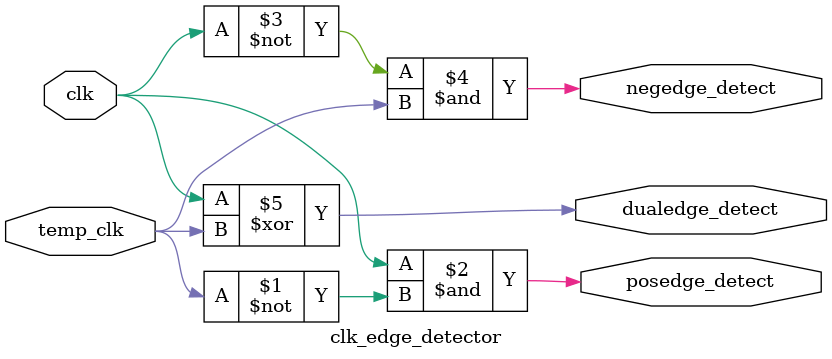
<source format=v>
`timescale 1ns / 1ps
module clk_edge_detector(
    input clk, temp_clk, 
    output posedge_detect, negedge_detect, dualedge_detect );

// Requires previous state storage 
assign posedge_detect= clk & (~temp_clk);
 //0 → 1

  assign negedge_detect= (~clk) & temp_clk; 
// 1 → 0

 assign dualedge_detect= clk ^ temp_clk; 
//any change
endmodule
















</source>
